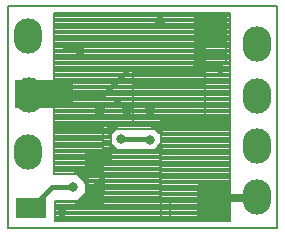
<source format=gbr>
%FSLAX45Y45*%
%MOMM*%
G04 EasyPC Gerber Version 9.0.5 Build 2314 *
%ADD98O,2.38000X3.00000*%
%ADD96O,2.40000X3.00000*%
%ADD110R,2.61920X1.75000*%
%ADD111R,5.00000X2.40000*%
%ADD10C,0.20320*%
%ADD93C,0.25400*%
%ADD105C,0.38100*%
%ADD106C,0.63500*%
%ADD95C,0.82000*%
%ADD100C,0.92000*%
X0Y0D02*
D02*
D10*
X10160Y117120D02*
X2289390D01*
Y1994340*
X10160*
Y117120*
X403240Y577530D02*
X810340D01*
Y1011010*
X403240*
Y577530*
X810340*
X403240Y597800D02*
X810340D01*
X403240Y618070D02*
X810340D01*
X403240Y638340D02*
X810340D01*
X403240Y658610D02*
X810340D01*
X403240Y678880D02*
X810340D01*
X403240Y699150D02*
X810340D01*
X403240Y719420D02*
X810340D01*
X403240Y739690D02*
X810340D01*
X403240Y759960D02*
X810340D01*
X403240Y780230D02*
X810340D01*
X403240Y800500D02*
X810340D01*
X403240Y820770D02*
X810340D01*
X403240Y841040D02*
X810340D01*
X403240Y861310D02*
X810340D01*
X403240Y881580D02*
X810340D01*
X403240Y901850D02*
X810340D01*
X403240Y922120D02*
X810340D01*
X403240Y942390D02*
X810340D01*
X403240Y962660D02*
X810340D01*
X403240Y982930D02*
X810340D01*
X403240Y1003200D02*
X810340D01*
X403240Y957890D02*
X1889970D01*
Y1939870*
X403240*
Y957890*
X1889970*
X403240Y978160D02*
X1889970D01*
X403240Y998430D02*
X1889970D01*
X403240Y1018700D02*
X1889970D01*
X403240Y1038970D02*
X1889970D01*
X403240Y1059240D02*
X1889970D01*
X403240Y1079510D02*
X1889970D01*
X403240Y1099780D02*
X1889970D01*
X403240Y1120050D02*
X1889970D01*
X403240Y1140320D02*
X1889970D01*
X403240Y1160590D02*
X1889970D01*
X403240Y1180860D02*
X1889970D01*
X403240Y1201130D02*
X1889970D01*
X403240Y1221400D02*
X1889970D01*
X403240Y1241670D02*
X1889970D01*
X403240Y1261940D02*
X1889970D01*
X403240Y1282210D02*
X1889970D01*
X403240Y1302480D02*
X1889970D01*
X403240Y1322750D02*
X1889970D01*
X403240Y1343020D02*
X1889970D01*
X403240Y1363290D02*
X1889970D01*
X403240Y1383560D02*
X1889970D01*
X403240Y1403830D02*
X1889970D01*
X403240Y1424100D02*
X1889970D01*
X403240Y1444370D02*
X1889970D01*
X403240Y1464640D02*
X1889970D01*
X403240Y1484910D02*
X1889970D01*
X403240Y1505180D02*
X1889970D01*
X403240Y1525450D02*
X1889970D01*
X403240Y1545720D02*
X1889970D01*
X403240Y1565990D02*
X1889970D01*
X403240Y1586260D02*
X1889970D01*
X403240Y1606530D02*
X1889970D01*
X403240Y1626800D02*
X1889970D01*
X403240Y1647070D02*
X1889970D01*
X403240Y1667340D02*
X1889970D01*
X403240Y1687610D02*
X1889970D01*
X403240Y1707880D02*
X1889970D01*
X403240Y1728150D02*
X1889970D01*
X403240Y1748420D02*
X1889970D01*
X403240Y1768690D02*
X1889970D01*
X403240Y1788960D02*
X1889970D01*
X403240Y1809230D02*
X1889970D01*
X403240Y1829500D02*
X1889970D01*
X403240Y1849770D02*
X1889970D01*
X403240Y1870040D02*
X1889970D01*
X403240Y1890310D02*
X1889970D01*
X403240Y1910580D02*
X1889970D01*
X403240Y1930850D02*
X1889970D01*
X409580Y174180D02*
X1383380D01*
Y346120*
X409580*
Y174180*
X1383380*
X409580Y194450D02*
X1383380D01*
X409580Y214720D02*
X1383380D01*
X409580Y234990D02*
X1383380D01*
X409580Y255260D02*
X1383380D01*
X409580Y275530D02*
X1383380D01*
X409580Y295800D02*
X1383380D01*
X409580Y316070D02*
X1383380D01*
X409580Y336340D02*
X1383380D01*
X666350Y364380D02*
X1299600D01*
Y778580*
X666350*
Y364380*
X1299600*
X666350Y384650D02*
X1299600D01*
X666350Y404920D02*
X1299600D01*
X666350Y425190D02*
X1299600D01*
X666350Y445460D02*
X1299600D01*
X666350Y465730D02*
X1299600D01*
X666350Y486000D02*
X1299600D01*
X666350Y506270D02*
X1299600D01*
X666350Y526540D02*
X1299600D01*
X666350Y546810D02*
X1299600D01*
X666350Y567080D02*
X1299600D01*
X666350Y587350D02*
X1299600D01*
X666350Y607620D02*
X1299600D01*
X666350Y627890D02*
X1299600D01*
X666350Y648160D02*
X1299600D01*
X666350Y668430D02*
X1299600D01*
X666350Y688700D02*
X1299600D01*
X666350Y708970D02*
X1299600D01*
X666350Y729240D02*
X1299600D01*
X666350Y749510D02*
X1299600D01*
X666350Y769780D02*
X1299600D01*
X814590Y655970D02*
X883440D01*
Y1004670*
X814590*
Y655970*
X883440*
X814590Y676240D02*
X883440D01*
X814590Y696510D02*
X883440D01*
X814590Y716780D02*
X883440D01*
X814590Y737050D02*
X883440D01*
X814590Y757320D02*
X883440D01*
X814590Y777590D02*
X883440D01*
X814590Y797860D02*
X883440D01*
X814590Y818130D02*
X883440D01*
X814590Y838400D02*
X883440D01*
X814590Y858670D02*
X883440D01*
X814590Y878940D02*
X883440D01*
X814590Y899210D02*
X883440D01*
X814590Y919480D02*
X883440D01*
X814590Y939750D02*
X883440D01*
X814590Y960020D02*
X883440D01*
X814590Y980290D02*
X883440D01*
X814590Y1000560D02*
X883440D01*
X871650Y838810D02*
X944560Y769070D01*
X870570Y766920*
X871650Y838810*
X870740Y778000D02*
X935220D01*
X871040Y798270D02*
X914030D01*
X871350Y818540D02*
X892840D01*
X938220Y968780D02*
X868480Y902210D01*
X861060Y969800*
X938220Y968780*
X867850Y907970D02*
X874510D01*
X865620Y928240D02*
X895750D01*
X863400Y948510D02*
X916980D01*
X861170Y968780D02*
X938220D01*
X1072720Y997530D02*
X1678190D01*
Y1469860*
X1072720*
Y997530*
X1678190*
X1072720Y1017800D02*
X1678190D01*
X1072720Y1038070D02*
X1678190D01*
X1072720Y1058340D02*
X1678190D01*
X1072720Y1078610D02*
X1678190D01*
X1072720Y1098880D02*
X1678190D01*
X1072720Y1119150D02*
X1678190D01*
X1072720Y1139420D02*
X1678190D01*
X1072720Y1159690D02*
X1678190D01*
X1072720Y1179960D02*
X1678190D01*
X1072720Y1200230D02*
X1678190D01*
X1072720Y1220500D02*
X1678190D01*
X1072720Y1240770D02*
X1678190D01*
X1072720Y1261040D02*
X1678190D01*
X1072720Y1281310D02*
X1678190D01*
X1072720Y1301580D02*
X1678190D01*
X1072720Y1321850D02*
X1678190D01*
X1072720Y1342120D02*
X1678190D01*
X1072720Y1362390D02*
X1678190D01*
X1072720Y1382660D02*
X1678190D01*
X1072720Y1402930D02*
X1678190D01*
X1072720Y1423200D02*
X1678190D01*
X1072720Y1443470D02*
X1678190D01*
X1072720Y1463740D02*
X1678190D01*
X1223520Y984630D02*
X1315450Y902210D01*
X1314370Y979310*
X1223520Y984630*
X1313960Y903550D02*
X1315430D01*
X1291350Y923820D02*
X1315150D01*
X1268740Y944090D02*
X1314860D01*
X1246130Y964360D02*
X1314580D01*
X1303960Y174180D02*
X1889970D01*
Y1067700*
X1303960*
Y174180*
X1889970*
X1303960Y194450D02*
X1889970D01*
X1303960Y214720D02*
X1889970D01*
X1303960Y234990D02*
X1889970D01*
X1303960Y255260D02*
X1889970D01*
X1303960Y275530D02*
X1889970D01*
X1303960Y295800D02*
X1889970D01*
X1303960Y316070D02*
X1889970D01*
X1303960Y336340D02*
X1889970D01*
X1303960Y356610D02*
X1889970D01*
X1303960Y376880D02*
X1889970D01*
X1303960Y397150D02*
X1889970D01*
X1303960Y417420D02*
X1889970D01*
X1303960Y437690D02*
X1889970D01*
X1303960Y457960D02*
X1889970D01*
X1303960Y478230D02*
X1889970D01*
X1303960Y498500D02*
X1889970D01*
X1303960Y518770D02*
X1889970D01*
X1303960Y539040D02*
X1889970D01*
X1303960Y559310D02*
X1889970D01*
X1303960Y579580D02*
X1889970D01*
X1303960Y599850D02*
X1889970D01*
X1303960Y620120D02*
X1889970D01*
X1303960Y640390D02*
X1889970D01*
X1303960Y660660D02*
X1889970D01*
X1303960Y680930D02*
X1889970D01*
X1303960Y701200D02*
X1889970D01*
X1303960Y721470D02*
X1889970D01*
X1303960Y741740D02*
X1889970D01*
X1303960Y762010D02*
X1889970D01*
X1303960Y782280D02*
X1889970D01*
X1303960Y802550D02*
X1889970D01*
X1303960Y822820D02*
X1889970D01*
X1303960Y843090D02*
X1889970D01*
X1303960Y863360D02*
X1889970D01*
X1303960Y883630D02*
X1889970D01*
X1303960Y903900D02*
X1889970D01*
X1303960Y924170D02*
X1889970D01*
X1303960Y944440D02*
X1889970D01*
X1303960Y964710D02*
X1889970D01*
X1303960Y984980D02*
X1889970D01*
X1303960Y1005250D02*
X1889970D01*
X1303960Y1025520D02*
X1889970D01*
X1303960Y1045790D02*
X1889970D01*
X1303960Y1066060D02*
X1889970D01*
X1305940Y835640D02*
X1226690Y753220D01*
X1314370Y760580*
X1305940Y835640*
X1227980Y754560D02*
X1242650D01*
X1247470Y774830D02*
X1312770D01*
X1266960Y795100D02*
X1310490D01*
X1286450Y815370D02*
X1308220D01*
X1592520Y1527770D02*
X1853190D01*
Y1941140*
X1592520*
Y1527770*
X1853190*
X1592520Y1548040D02*
X1853190D01*
X1592520Y1568310D02*
X1853190D01*
X1592520Y1588580D02*
X1853190D01*
X1592520Y1608850D02*
X1853190D01*
X1592520Y1629120D02*
X1853190D01*
X1592520Y1649390D02*
X1853190D01*
X1592520Y1669660D02*
X1853190D01*
X1592520Y1689930D02*
X1853190D01*
X1592520Y1710200D02*
X1853190D01*
X1592520Y1730470D02*
X1853190D01*
X1592520Y1750740D02*
X1853190D01*
X1592520Y1771010D02*
X1853190D01*
X1592520Y1791280D02*
X1853190D01*
X1592520Y1811550D02*
X1853190D01*
X1592520Y1831820D02*
X1853190D01*
X1592520Y1852090D02*
X1853190D01*
X1592520Y1872360D02*
X1853190D01*
X1592520Y1892630D02*
X1853190D01*
X1592520Y1912900D02*
X1853190D01*
X1592520Y1933170D02*
X1853190D01*
X1595770Y1473030D02*
X1681360D01*
Y1784540*
X1595770*
Y1473030*
X1681360*
X1595770Y1493300D02*
X1681360D01*
X1595770Y1513570D02*
X1681360D01*
X1595770Y1533840D02*
X1681360D01*
X1595770Y1554110D02*
X1681360D01*
X1595770Y1574380D02*
X1681360D01*
X1595770Y1594650D02*
X1681360D01*
X1595770Y1614920D02*
X1681360D01*
X1595770Y1635190D02*
X1681360D01*
X1595770Y1655460D02*
X1681360D01*
X1595770Y1675730D02*
X1681360D01*
X1595770Y1696000D02*
X1681360D01*
X1595770Y1716270D02*
X1681360D01*
X1595770Y1736540D02*
X1681360D01*
X1595770Y1756810D02*
X1681360D01*
X1595770Y1777080D02*
X1681360D01*
X1618690Y180470D02*
X1893140D01*
Y482010*
X1618690*
Y180470*
X1893140*
X1618690Y200740D02*
X1893140D01*
X1618690Y221010D02*
X1893140D01*
X1618690Y241280D02*
X1893140D01*
X1618690Y261550D02*
X1893140D01*
X1618690Y281820D02*
X1893140D01*
X1618690Y302090D02*
X1893140D01*
X1618690Y322360D02*
X1893140D01*
X1618690Y342630D02*
X1893140D01*
X1618690Y362900D02*
X1893140D01*
X1618690Y383170D02*
X1893140D01*
X1618690Y403440D02*
X1893140D01*
X1618690Y423710D02*
X1893140D01*
X1618690Y443980D02*
X1893140D01*
X1618690Y464250D02*
X1893140D01*
D02*
D93*
X555400Y625080D02*
X679030Y495110D01*
Y625080*
X555400*
X675970Y498330D02*
X679030D01*
X651850Y523680D02*
X679030D01*
X627740Y549030D02*
X679030D01*
X603630Y574380D02*
X679030D01*
X579510Y599730D02*
X679030D01*
X812170Y558510D02*
X580760Y320760D01*
X805830Y317590*
X812170Y558510*
X590100Y330360D02*
X806170D01*
X614780Y355710D02*
X806830D01*
X639450Y381060D02*
X807500D01*
X664130Y406410D02*
X808170D01*
X688800Y431760D02*
X808830D01*
X713470Y457110D02*
X809500D01*
X738150Y482460D02*
X810170D01*
X762820Y507810D02*
X810840D01*
X787500Y533160D02*
X811500D01*
D02*
D95*
X469810Y257360D03*
X561740Y463410D03*
X970610Y868160D03*
X1215280Y863800D03*
X1796920Y1480220D03*
X1812770Y281960D03*
D02*
D96*
X2115040Y384160D03*
Y812110D03*
Y1236890D03*
X2116150Y1675470D03*
D02*
D98*
X179280Y1742040D03*
X181340Y761390D03*
X191960Y1247520D03*
D02*
D100*
X617680Y1616530D03*
X788150Y1115620D03*
X1016390D03*
X1209760D03*
X1299230Y1863790D03*
D02*
D105*
X315590Y1250690D02*
X822800D01*
X1011880Y1439770*
X490880Y1645060D02*
X589150D01*
X617680Y1616530*
X561740Y463410D02*
X381050D01*
X206700Y289060*
X765150Y1102940D02*
X775470D01*
X788150Y1115620*
X927630Y1207550D02*
Y1204380D01*
X1016390Y1115620*
X970610Y868160D02*
X1210920D01*
X1215280Y863800*
X1070990Y1825750D02*
X1261190D01*
X1299230Y1863790*
X1725380Y291810D02*
X1802920D01*
X1812770Y281960*
X1796920Y1480220D02*
X1621080D01*
X1595770Y1505530*
X1807800Y1423500D02*
Y1469340D01*
X1796920Y1480220*
D02*
D106*
X1801210Y374650D02*
X2105530D01*
X2115040Y384160*
D02*
D110*
X206700Y289060D03*
D02*
D111*
X315590Y1250690D03*
X0Y0D02*
M02*

</source>
